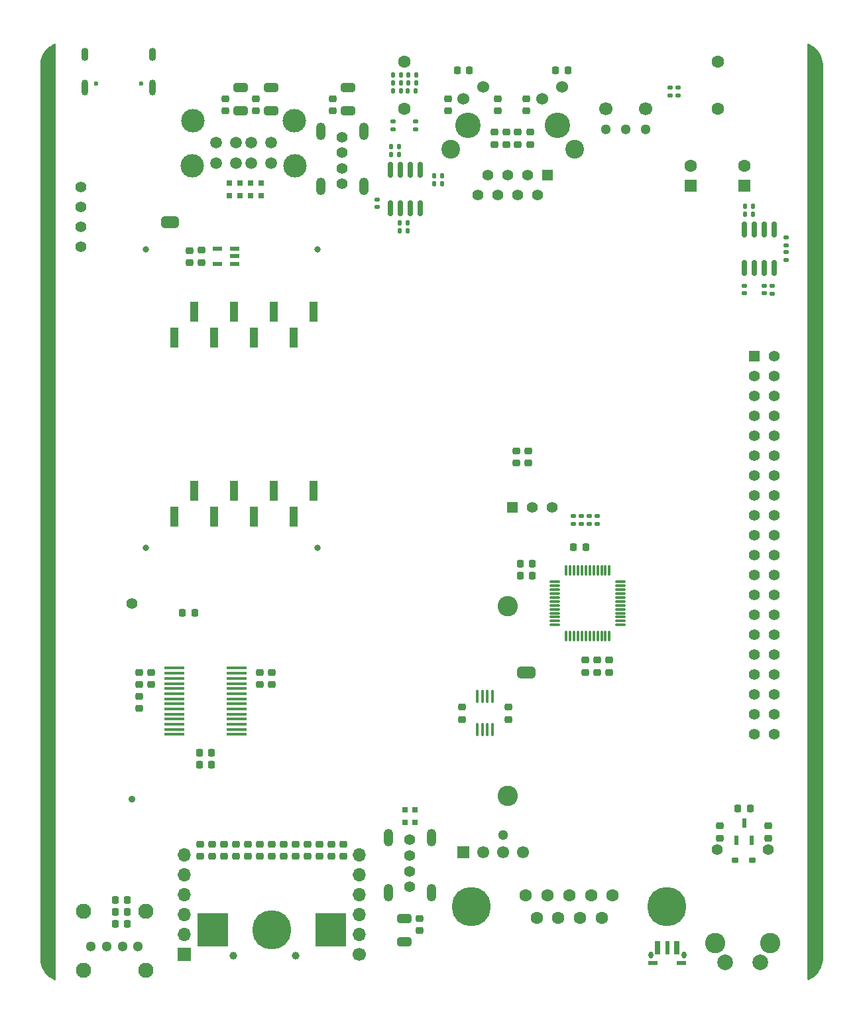
<source format=gbs>
G04 #@! TF.GenerationSoftware,KiCad,Pcbnew,9.0.0*
G04 #@! TF.CreationDate,2025-03-14T14:49:40-04:00*
G04 #@! TF.ProjectId,MiniCamel_long_rev.A,4d696e69-4361-46d6-956c-5f6c6f6e675f,2.1*
G04 #@! TF.SameCoordinates,PX16e3600PY6052340*
G04 #@! TF.FileFunction,Soldermask,Bot*
G04 #@! TF.FilePolarity,Negative*
%FSLAX46Y46*%
G04 Gerber Fmt 4.6, Leading zero omitted, Abs format (unit mm)*
G04 Created by KiCad (PCBNEW 9.0.0) date 2025-03-14 14:49:40*
%MOMM*%
%LPD*%
G01*
G04 APERTURE LIST*
G04 Aperture macros list*
%AMRoundRect*
0 Rectangle with rounded corners*
0 $1 Rounding radius*
0 $2 $3 $4 $5 $6 $7 $8 $9 X,Y pos of 4 corners*
0 Add a 4 corners polygon primitive as box body*
4,1,4,$2,$3,$4,$5,$6,$7,$8,$9,$2,$3,0*
0 Add four circle primitives for the rounded corners*
1,1,$1+$1,$2,$3*
1,1,$1+$1,$4,$5*
1,1,$1+$1,$6,$7*
1,1,$1+$1,$8,$9*
0 Add four rect primitives between the rounded corners*
20,1,$1+$1,$2,$3,$4,$5,0*
20,1,$1+$1,$4,$5,$6,$7,0*
20,1,$1+$1,$6,$7,$8,$9,0*
20,1,$1+$1,$8,$9,$2,$3,0*%
%AMFreePoly0*
4,1,23,0.500000,-0.750000,0.000000,-0.750000,0.000000,-0.745722,-0.065263,-0.745722,-0.191342,-0.711940,-0.304381,-0.646677,-0.396677,-0.554381,-0.461940,-0.441342,-0.495722,-0.315263,-0.495722,-0.250000,-0.500000,-0.250000,-0.500000,0.250000,-0.495722,0.250000,-0.495722,0.315263,-0.461940,0.441342,-0.396677,0.554381,-0.304381,0.646677,-0.191342,0.711940,-0.065263,0.745722,0.000000,0.745722,
0.000000,0.750000,0.500000,0.750000,0.500000,-0.750000,0.500000,-0.750000,$1*%
%AMFreePoly1*
4,1,23,0.000000,0.745722,0.065263,0.745722,0.191342,0.711940,0.304381,0.646677,0.396677,0.554381,0.461940,0.441342,0.495722,0.315263,0.495722,0.250000,0.500000,0.250000,0.500000,-0.250000,0.495722,-0.250000,0.495722,-0.315263,0.461940,-0.441342,0.396677,-0.554381,0.304381,-0.646677,0.191342,-0.711940,0.065263,-0.745722,0.000000,-0.745722,0.000000,-0.750000,-0.500000,-0.750000,
-0.500000,0.750000,0.000000,0.750000,0.000000,0.745722,0.000000,0.745722,$1*%
G04 Aperture macros list end*
%ADD10C,2.000000*%
%ADD11C,2.600000*%
%ADD12R,1.600000X1.600000*%
%ADD13C,1.600000*%
%ADD14C,1.397000*%
%ADD15C,1.300000*%
%ADD16C,1.700000*%
%ADD17R,1.700000X1.700000*%
%ADD18O,1.700000X1.700000*%
%ADD19C,1.400000*%
%ADD20C,0.900000*%
%ADD21R,1.530000X1.530000*%
%ADD22C,1.550000*%
%ADD23R,1.397000X1.397000*%
%ADD24C,1.420000*%
%ADD25O,1.250000X2.250000*%
%ADD26C,3.250000*%
%ADD27R,1.408000X1.408000*%
%ADD28C,1.408000*%
%ADD29C,1.530000*%
%ADD30C,2.400000*%
%ADD31C,0.800000*%
%ADD32C,0.600000*%
%ADD33O,0.900000X2.000000*%
%ADD34O,0.900000X1.700000*%
%ADD35C,1.000000*%
%ADD36C,1.500000*%
%ADD37C,3.000000*%
%ADD38C,5.000000*%
%ADD39C,1.950000*%
%ADD40RoundRect,0.135000X-0.135000X-0.185000X0.135000X-0.185000X0.135000X0.185000X-0.135000X0.185000X0*%
%ADD41RoundRect,0.135000X0.135000X0.185000X-0.135000X0.185000X-0.135000X-0.185000X0.135000X-0.185000X0*%
%ADD42RoundRect,0.225000X-0.250000X0.225000X-0.250000X-0.225000X0.250000X-0.225000X0.250000X0.225000X0*%
%ADD43RoundRect,0.225000X-0.225000X-0.250000X0.225000X-0.250000X0.225000X0.250000X-0.225000X0.250000X0*%
%ADD44RoundRect,0.225000X0.250000X-0.225000X0.250000X0.225000X-0.250000X0.225000X-0.250000X-0.225000X0*%
%ADD45R,2.500000X0.450000*%
%ADD46RoundRect,0.218750X-0.256250X0.218750X-0.256250X-0.218750X0.256250X-0.218750X0.256250X0.218750X0*%
%ADD47RoundRect,0.140000X-0.170000X0.140000X-0.170000X-0.140000X0.170000X-0.140000X0.170000X0.140000X0*%
%ADD48R,0.700000X0.700000*%
%ADD49FreePoly0,0.000000*%
%ADD50FreePoly1,0.000000*%
%ADD51RoundRect,0.135000X0.185000X-0.135000X0.185000X0.135000X-0.185000X0.135000X-0.185000X-0.135000X0*%
%ADD52RoundRect,0.140000X0.140000X0.170000X-0.140000X0.170000X-0.140000X-0.170000X0.140000X-0.170000X0*%
%ADD53RoundRect,0.100000X-0.100000X0.712500X-0.100000X-0.712500X0.100000X-0.712500X0.100000X0.712500X0*%
%ADD54O,0.600000X0.900000*%
%ADD55R,0.700000X1.800000*%
%ADD56R,0.600000X1.800000*%
%ADD57R,1.300000X0.625000*%
%ADD58RoundRect,0.250000X0.650000X-0.325000X0.650000X0.325000X-0.650000X0.325000X-0.650000X-0.325000X0*%
%ADD59RoundRect,0.150000X-0.150000X0.825000X-0.150000X-0.825000X0.150000X-0.825000X0.150000X0.825000X0*%
%ADD60RoundRect,0.135000X-0.185000X0.135000X-0.185000X-0.135000X0.185000X-0.135000X0.185000X0.135000X0*%
%ADD61R,1.000000X2.510000*%
%ADD62RoundRect,0.140000X0.170000X-0.140000X0.170000X0.140000X-0.170000X0.140000X-0.170000X-0.140000X0*%
%ADD63O,1.400000X0.300000*%
%ADD64O,0.300000X1.400000*%
%ADD65R,1.200000X0.600000*%
%ADD66RoundRect,0.175000X-0.275000X-0.175000X0.275000X-0.175000X0.275000X0.175000X-0.275000X0.175000X0*%
%ADD67RoundRect,0.225000X0.225000X0.250000X-0.225000X0.250000X-0.225000X-0.250000X0.225000X-0.250000X0*%
%ADD68RoundRect,0.250000X-0.650000X0.325000X-0.650000X-0.325000X0.650000X-0.325000X0.650000X0.325000X0*%
%ADD69R,0.600000X1.200000*%
%ADD70RoundRect,0.140000X-0.140000X-0.170000X0.140000X-0.170000X0.140000X0.170000X-0.140000X0.170000X0*%
%ADD71R,3.900000X4.200000*%
G04 APERTURE END LIST*
G36*
X77550000Y-11430000D02*
G01*
X77850000Y-11430000D01*
X77850000Y-9930000D01*
X77550000Y-9930000D01*
X77550000Y-11430000D01*
G37*
G36*
X32030000Y46100000D02*
G01*
X32330000Y46100000D01*
X32330000Y47600000D01*
X32030000Y47600000D01*
X32030000Y46100000D01*
G37*
D10*
X103108524Y-47670025D03*
X107608524Y-47670025D03*
D11*
X101858524Y-45170025D03*
X108858524Y-45170025D03*
D12*
X98740000Y51500000D03*
D13*
X98740000Y54000000D03*
X62170000Y67280000D03*
X62170000Y61280000D03*
D14*
X20800000Y43710000D03*
X20800000Y46250000D03*
X20800000Y48790000D03*
X20800000Y51330000D03*
D15*
X92930000Y58710000D03*
X90390000Y58710000D03*
X87850000Y58710000D03*
D16*
X92930000Y61330000D03*
X87850000Y61330000D03*
D13*
X102160000Y67280000D03*
X102160000Y61280000D03*
D17*
X34057270Y-46659968D03*
D18*
X34057270Y-44119968D03*
X34057270Y-41579968D03*
X34057270Y-39039968D03*
X34057270Y-36499968D03*
X34057270Y-33959968D03*
D16*
X56407270Y-46659968D03*
D18*
X56407270Y-44119968D03*
X56407270Y-41579968D03*
X56407270Y-39039968D03*
X56407270Y-36499968D03*
X56407270Y-33959968D03*
D19*
X27310000Y-1830000D03*
D11*
X75360000Y-2230000D03*
X75360000Y-26430000D03*
D20*
X27310000Y-26830000D03*
D14*
X102087600Y-33302400D03*
X108590000Y-33302400D03*
D15*
X74740000Y-31430000D03*
D21*
X69660000Y-33590000D03*
D22*
X72200000Y-33590000D03*
X74740000Y-33590000D03*
X77280000Y-33590000D03*
D23*
X106830000Y29730000D03*
D14*
X109370000Y29730000D03*
X106830000Y27190000D03*
X109370000Y27190000D03*
X106830000Y24650000D03*
X109370000Y24650000D03*
X106830000Y22110000D03*
X109370000Y22110000D03*
X106830000Y19570000D03*
X109370000Y19570000D03*
X106830000Y17030000D03*
X109370000Y17030000D03*
X106830000Y14490000D03*
X109370000Y14490000D03*
X106830000Y11950000D03*
X109370000Y11950000D03*
X106830000Y9410000D03*
X109370000Y9410000D03*
X106830000Y6870000D03*
X109370000Y6870000D03*
X106830000Y4330000D03*
X109370000Y4330000D03*
X106830000Y1790000D03*
X109370000Y1790000D03*
X106830000Y-750000D03*
X109370000Y-750000D03*
X106830000Y-3290000D03*
X109370000Y-3290000D03*
X106830000Y-5830000D03*
X109370000Y-5830000D03*
X106830000Y-8370000D03*
X109370000Y-8370000D03*
X106830000Y-10910000D03*
X109370000Y-10910000D03*
X106830000Y-13450000D03*
X109370000Y-13450000D03*
X106830000Y-15990000D03*
X109370000Y-15990000D03*
X106830000Y-18530000D03*
X109370000Y-18530000D03*
D23*
X75940000Y10400000D03*
D14*
X78480000Y10400000D03*
X81020000Y10400000D03*
D24*
X62837500Y-32038000D03*
X62837500Y-34038000D03*
X62837500Y-36038000D03*
X62837500Y-38038000D03*
D25*
X65572500Y-31768000D03*
X65572500Y-38768000D03*
X60102500Y-31768000D03*
X60102500Y-38768000D03*
D26*
X70260000Y59220000D03*
X81690000Y59220000D03*
D27*
X80420000Y52870000D03*
D28*
X79150000Y50330000D03*
X77880000Y52870000D03*
X76610000Y50330000D03*
X75340000Y52870000D03*
X74070000Y50330000D03*
X72800000Y52870000D03*
X71530000Y50330000D03*
D29*
X82300000Y64120000D03*
X79760000Y62600000D03*
X72190000Y64120000D03*
X69650000Y62600000D03*
D30*
X83850000Y56170000D03*
X68100000Y56170000D03*
D31*
X29080000Y43335000D03*
X29080000Y5235000D03*
X51080000Y43335000D03*
X51080000Y5235000D03*
D32*
X28535000Y64540000D03*
X22755000Y64540000D03*
D33*
X29970000Y64040000D03*
D34*
X29970000Y68220000D03*
D33*
X21320000Y64040000D03*
D34*
X21320000Y68220000D03*
D35*
X40270000Y-46780000D03*
X48270000Y-46780000D03*
D36*
X45110000Y54350000D03*
X42610000Y54350000D03*
X40610000Y54350000D03*
X38110000Y54350000D03*
X45110000Y56950000D03*
X42610000Y56950000D03*
X40610000Y56950000D03*
X38110000Y56950000D03*
D37*
X48160000Y54000000D03*
X48110000Y59800000D03*
X35110000Y59800000D03*
X35060000Y54000000D03*
D13*
X77660000Y-39150000D03*
X80430000Y-39150000D03*
X83200000Y-39150000D03*
X85970000Y-39150000D03*
X88740000Y-39150000D03*
X79045000Y-41990000D03*
X81815000Y-41990000D03*
X84585000Y-41990000D03*
X87355000Y-41990000D03*
D38*
X95695000Y-40570000D03*
X70705000Y-40570000D03*
D24*
X54212500Y51698000D03*
X54212500Y53698000D03*
X54212500Y55698000D03*
X54212500Y57698000D03*
D25*
X51477500Y51428000D03*
X51477500Y58428000D03*
X56947500Y51428000D03*
X56947500Y58428000D03*
D12*
X105580000Y51500000D03*
D13*
X105580000Y54000000D03*
D15*
X22120000Y-45650000D03*
X24120000Y-45650000D03*
X26120000Y-45650000D03*
X28120000Y-45650000D03*
D39*
X21120000Y-48650000D03*
X29120000Y-48650000D03*
X29120000Y-41150000D03*
X21120000Y-41150000D03*
D40*
X60680000Y65620000D03*
X61700000Y65620000D03*
D41*
X62550000Y45720000D03*
X61530000Y45720000D03*
D42*
X52950000Y62595000D03*
X52950000Y61045000D03*
D43*
X25225000Y-41220000D03*
X26775000Y-41220000D03*
D44*
X76430000Y16055000D03*
X76430000Y17605000D03*
D45*
X40700000Y-10110000D03*
X40700000Y-10760000D03*
X40700000Y-11410000D03*
X40700000Y-12060000D03*
X40700000Y-12710000D03*
X40700000Y-13360000D03*
X40700000Y-14010000D03*
X40700000Y-14660000D03*
X40700000Y-15310000D03*
X40700000Y-15960000D03*
X40700000Y-16610000D03*
X40700000Y-17260000D03*
X40700000Y-17910000D03*
X40700000Y-18560000D03*
X32750000Y-18560000D03*
X32750000Y-17910000D03*
X32750000Y-17260000D03*
X32750000Y-16610000D03*
X32750000Y-15960000D03*
X32750000Y-15310000D03*
X32750000Y-14660000D03*
X32750000Y-14010000D03*
X32750000Y-13360000D03*
X32750000Y-12710000D03*
X32750000Y-12060000D03*
X32750000Y-11410000D03*
X32750000Y-10760000D03*
X32750000Y-10110000D03*
D46*
X39290000Y62607500D03*
X39290000Y61032500D03*
D43*
X33795000Y-3050000D03*
X35345000Y-3050000D03*
D47*
X58674000Y49728000D03*
X58674000Y48768000D03*
D48*
X43820000Y50210000D03*
X43820000Y51810000D03*
X42520000Y51810000D03*
X42520000Y50210000D03*
D46*
X43190000Y62607500D03*
X43190000Y61032500D03*
D49*
X77050000Y-10680000D03*
D50*
X78350000Y-10680000D03*
D42*
X67720000Y62580000D03*
X67720000Y61030000D03*
D44*
X34710000Y41675000D03*
X34710000Y43225000D03*
X45180000Y-12205000D03*
X45180000Y-10655000D03*
D42*
X73610000Y58325000D03*
X73610000Y56775000D03*
D51*
X83730000Y8330000D03*
X83730000Y9350000D03*
D42*
X75440000Y-15085000D03*
X75440000Y-16635000D03*
X36090000Y-32565000D03*
X36090000Y-34115000D03*
D52*
X62520000Y46710000D03*
X61560000Y46710000D03*
D41*
X63620000Y64620000D03*
X62600000Y64620000D03*
D53*
X71455000Y-13747500D03*
X72105000Y-13747500D03*
X72755000Y-13747500D03*
X73405000Y-13747500D03*
X73405000Y-17972500D03*
X72755000Y-17972500D03*
X72105000Y-17972500D03*
X71455000Y-17972500D03*
D54*
X97835000Y-46695000D03*
X93585000Y-46695000D03*
D55*
X96910000Y-45795000D03*
X94510000Y-45795000D03*
D56*
X95710000Y-45795000D03*
D57*
X97560000Y-47732500D03*
X93860000Y-47732500D03*
D42*
X85260000Y-9080000D03*
X85260000Y-10630000D03*
D41*
X66950000Y52780000D03*
X65930000Y52780000D03*
D42*
X76650000Y58325000D03*
X76650000Y56775000D03*
D58*
X41240000Y61025000D03*
X41240000Y63975000D03*
D51*
X86730000Y8330000D03*
X86730000Y9350000D03*
D43*
X83760000Y5310000D03*
X85310000Y5310000D03*
X81475000Y66240000D03*
X83025000Y66240000D03*
D42*
X108601015Y-30247400D03*
X108601015Y-31797400D03*
D43*
X35945000Y-22450000D03*
X37495000Y-22450000D03*
D48*
X62200000Y-28200000D03*
X62200000Y-29800000D03*
X63500000Y-29800000D03*
X63500000Y-28200000D03*
D42*
X43660000Y-10655000D03*
X43660000Y-12205000D03*
D41*
X61720000Y63630000D03*
X60700000Y63630000D03*
D59*
X105575000Y45915000D03*
X106845000Y45915000D03*
X108115000Y45915000D03*
X109385000Y45915000D03*
X109385000Y40965000D03*
X108115000Y40965000D03*
X106845000Y40965000D03*
X105575000Y40965000D03*
D44*
X77950000Y16055000D03*
X77950000Y17605000D03*
D42*
X36240000Y43230000D03*
X36240000Y41680000D03*
D52*
X106650000Y47830000D03*
X105690000Y47830000D03*
D42*
X102471485Y-30247400D03*
X102471485Y-31797400D03*
D43*
X35950000Y-20910000D03*
X37500000Y-20910000D03*
D44*
X46740000Y-34115000D03*
X46740000Y-32565000D03*
X74070000Y61050000D03*
X74070000Y62600000D03*
X43700000Y-34115000D03*
X43700000Y-32565000D03*
D43*
X104755000Y-28031866D03*
X106305000Y-28031866D03*
D41*
X61460000Y56480000D03*
X60440000Y56480000D03*
D49*
X31530000Y46850000D03*
D50*
X32830000Y46850000D03*
D43*
X25225000Y-39690000D03*
X26775000Y-39690000D03*
D40*
X62580000Y63630000D03*
X63600000Y63630000D03*
D42*
X28240000Y-13680000D03*
X28240000Y-15230000D03*
D60*
X96070000Y64020000D03*
X96070000Y63000000D03*
D61*
X50490000Y12535000D03*
X47950000Y9225000D03*
X45410000Y12535000D03*
X42870000Y9225000D03*
X40330000Y12535000D03*
X37790000Y9225000D03*
X35250000Y12535000D03*
X32710000Y9225000D03*
X32740000Y32070000D03*
X35280000Y35380000D03*
X37820000Y32070000D03*
X40360000Y35380000D03*
X42900000Y32070000D03*
X45440000Y35380000D03*
X47980000Y32070000D03*
X50520000Y35380000D03*
D40*
X60680000Y64620000D03*
X61700000Y64620000D03*
D62*
X105580000Y37750000D03*
X105580000Y38710000D03*
D58*
X45140000Y61025000D03*
X45140000Y63975000D03*
D51*
X84730000Y8330000D03*
X84730000Y9350000D03*
D47*
X108100000Y38710000D03*
X108100000Y37750000D03*
D43*
X25225000Y-42760000D03*
X26775000Y-42760000D03*
D63*
X89770000Y910000D03*
X89770000Y410000D03*
X89770000Y-90000D03*
X89770000Y-590000D03*
X89770000Y-1090000D03*
X89770000Y-1590000D03*
X89770000Y-2090000D03*
X89770000Y-2590000D03*
X89770000Y-3090000D03*
X89770000Y-3590000D03*
X89770000Y-4090000D03*
X89770000Y-4590000D03*
D64*
X88320000Y-6040000D03*
X87820000Y-6040000D03*
X87320000Y-6040000D03*
X86820000Y-6040000D03*
X86320000Y-6040000D03*
X85820000Y-6040000D03*
X85320000Y-6040000D03*
X84820000Y-6040000D03*
X84320000Y-6040000D03*
X83820000Y-6040000D03*
X83320000Y-6040000D03*
X82820000Y-6040000D03*
D63*
X81370000Y-4590000D03*
X81370000Y-4090000D03*
X81370000Y-3590000D03*
X81370000Y-3090000D03*
X81370000Y-2590000D03*
X81370000Y-2090000D03*
X81370000Y-1590000D03*
X81370000Y-1090000D03*
X81370000Y-590000D03*
X81370000Y-90000D03*
X81370000Y410000D03*
X81370000Y910000D03*
D64*
X82820000Y2360000D03*
X83320000Y2360000D03*
X83820000Y2360000D03*
X84320000Y2360000D03*
X84820000Y2360000D03*
X85320000Y2360000D03*
X85820000Y2360000D03*
X86320000Y2360000D03*
X86820000Y2360000D03*
X87320000Y2360000D03*
X87820000Y2360000D03*
X88320000Y2360000D03*
D42*
X48260000Y-32565000D03*
X48260000Y-34115000D03*
X39140000Y-32565000D03*
X39140000Y-34115000D03*
D59*
X60325000Y53529000D03*
X61595000Y53529000D03*
X62865000Y53529000D03*
X64135000Y53529000D03*
X64135000Y48579000D03*
X62865000Y48579000D03*
X61595000Y48579000D03*
X60325000Y48579000D03*
D51*
X97070000Y63000000D03*
X97070000Y64020000D03*
D42*
X54340000Y-32555000D03*
X54340000Y-34105000D03*
D60*
X60720000Y59680000D03*
X60720000Y58660000D03*
D42*
X75130000Y58325000D03*
X75130000Y56775000D03*
D40*
X105650000Y48830000D03*
X106670000Y48830000D03*
D44*
X40660000Y-34115000D03*
X40660000Y-32565000D03*
D42*
X45220000Y-32565000D03*
X45220000Y-34115000D03*
D65*
X40430000Y43430000D03*
X40430000Y42480000D03*
X40430000Y41530000D03*
X38230000Y41530000D03*
X38230000Y43430000D03*
D66*
X104402500Y-34662400D03*
X106602500Y-34662400D03*
D67*
X70465000Y66240000D03*
X68915000Y66240000D03*
D68*
X62160000Y-42045000D03*
X62160000Y-44995000D03*
D69*
X106480000Y-32122400D03*
X104580000Y-32122400D03*
X105530000Y-29922400D03*
D42*
X88320000Y-9075000D03*
X88320000Y-10625000D03*
D44*
X64110000Y-43615000D03*
X64110000Y-42065000D03*
D42*
X86790000Y-9075000D03*
X86790000Y-10625000D03*
X28240000Y-10655000D03*
X28240000Y-12205000D03*
X51297500Y-32560000D03*
X51297500Y-34110000D03*
D51*
X109100000Y37710000D03*
X109100000Y38730000D03*
D60*
X63560000Y59680000D03*
X63560000Y58660000D03*
D42*
X78180000Y58325000D03*
X78180000Y56775000D03*
X42180000Y-32565000D03*
X42180000Y-34115000D03*
D70*
X60470000Y55490000D03*
X61430000Y55490000D03*
D44*
X77710000Y61050000D03*
X77710000Y62600000D03*
D51*
X110930000Y43900000D03*
X110930000Y44920000D03*
D44*
X52817500Y-34105000D03*
X52817500Y-32555000D03*
D58*
X54900000Y61025000D03*
X54900000Y63975000D03*
D48*
X41120000Y50210000D03*
X41120000Y51810000D03*
X39820000Y51810000D03*
X39820000Y50210000D03*
D67*
X78505000Y1710000D03*
X76955000Y1710000D03*
D41*
X63620000Y65620000D03*
X62600000Y65620000D03*
D42*
X69460000Y-15085000D03*
X69460000Y-16635000D03*
D67*
X78505000Y3240000D03*
X76955000Y3240000D03*
D42*
X29760000Y-10655000D03*
X29760000Y-12205000D03*
D44*
X37620000Y-34115000D03*
X37620000Y-32565000D03*
D51*
X85730000Y8330000D03*
X85730000Y9350000D03*
D41*
X66950000Y51780000D03*
X65930000Y51780000D03*
D44*
X49780000Y-34115000D03*
X49780000Y-32565000D03*
D60*
X110930000Y42980000D03*
X110930000Y41960000D03*
D71*
X37669998Y-43540000D03*
X52769998Y-43540000D03*
D38*
X45219998Y-43540000D03*
G36*
X113777835Y69616030D02*
G01*
X114056015Y69482066D01*
X114068186Y69475340D01*
X114341484Y69303617D01*
X114352825Y69295570D01*
X114605158Y69094342D01*
X114615526Y69085077D01*
X114843759Y68856846D01*
X114853025Y68846477D01*
X115054262Y68594134D01*
X115062308Y68582794D01*
X115234025Y68309511D01*
X115240752Y68297340D01*
X115380795Y68006542D01*
X115386116Y67993695D01*
X115492718Y67689051D01*
X115496568Y67675689D01*
X115568391Y67361019D01*
X115570720Y67347310D01*
X115606956Y67025722D01*
X115607724Y67013577D01*
X115609988Y66852176D01*
X115610000Y66850437D01*
X115610000Y-47147799D01*
X115609989Y-47149487D01*
X115607791Y-47310920D01*
X115607022Y-47323115D01*
X115570791Y-47644686D01*
X115568462Y-47658395D01*
X115496642Y-47973071D01*
X115492793Y-47986433D01*
X115386188Y-48291099D01*
X115380866Y-48303946D01*
X115240825Y-48594745D01*
X115234099Y-48606915D01*
X115062376Y-48880214D01*
X115054329Y-48891555D01*
X114853092Y-49143900D01*
X114843827Y-49154269D01*
X114615588Y-49382510D01*
X114605219Y-49391776D01*
X114352872Y-49593017D01*
X114341531Y-49601064D01*
X114068233Y-49772789D01*
X114056063Y-49779515D01*
X113787767Y-49908721D01*
X113718826Y-49920073D01*
X113654691Y-49892351D01*
X113615725Y-49834356D01*
X113609965Y-49797011D01*
X113600034Y69504300D01*
X113619713Y69571341D01*
X113672513Y69617100D01*
X113741671Y69627049D01*
X113777835Y69616030D01*
G37*
G36*
X17575194Y69598934D02*
G01*
X17614186Y69540956D01*
X17619964Y69503537D01*
X17610032Y-49796915D01*
X17590342Y-49863953D01*
X17537534Y-49909704D01*
X17468375Y-49919641D01*
X17432231Y-49908625D01*
X17163975Y-49779440D01*
X17151804Y-49772714D01*
X16878513Y-49600994D01*
X16867172Y-49592947D01*
X16614826Y-49391708D01*
X16604458Y-49382442D01*
X16376237Y-49154221D01*
X16366971Y-49143853D01*
X16165732Y-48891507D01*
X16157685Y-48880166D01*
X15985965Y-48606875D01*
X15979239Y-48594705D01*
X15839201Y-48303913D01*
X15833879Y-48291066D01*
X15727275Y-47986409D01*
X15723426Y-47973046D01*
X15651606Y-47658380D01*
X15649277Y-47644672D01*
X15613042Y-47323082D01*
X15612274Y-47310936D01*
X15610012Y-47149535D01*
X15610000Y-47147797D01*
X15610000Y66849119D01*
X15610014Y66850949D01*
X15612395Y67012292D01*
X15613164Y67024373D01*
X15649478Y67346021D01*
X15651808Y67359720D01*
X15723681Y67674404D01*
X15727529Y67687757D01*
X15834166Y67992436D01*
X15839485Y68005274D01*
X15979532Y68296088D01*
X15986253Y68308250D01*
X16157969Y68581584D01*
X16166009Y68592918D01*
X16367224Y68845315D01*
X16376481Y68855679D01*
X16604679Y69083984D01*
X16615038Y69093246D01*
X16867339Y69294577D01*
X16878670Y69302623D01*
X17151926Y69474467D01*
X17164085Y69481193D01*
X17442111Y69615242D01*
X17511047Y69626626D01*
X17575194Y69598934D01*
G37*
M02*

</source>
